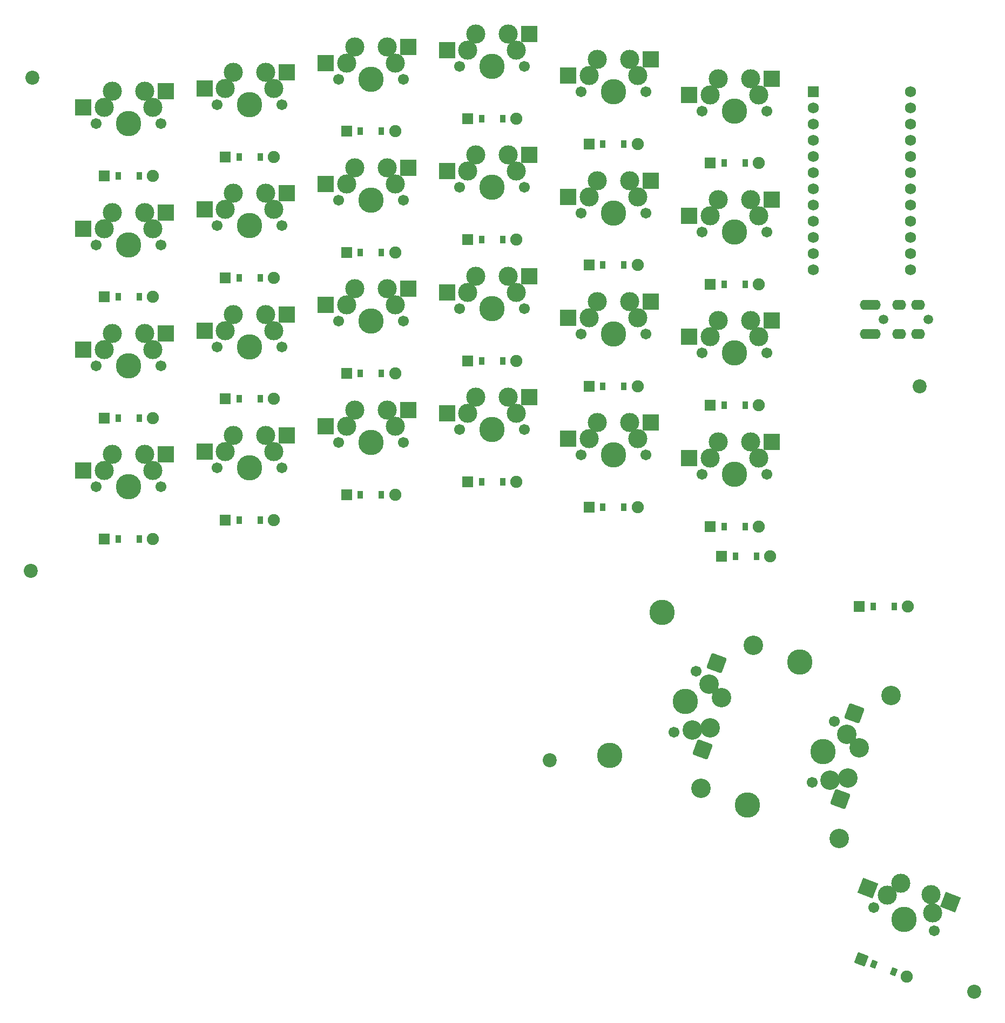
<source format=gbr>
%TF.GenerationSoftware,KiCad,Pcbnew,(6.0.8)*%
%TF.CreationDate,2022-12-10T18:32:28-07:00*%
%TF.ProjectId,scaarix_flow,73636161-7269-4785-9f66-6c6f772e6b69,v1.0.0*%
%TF.SameCoordinates,Original*%
%TF.FileFunction,Soldermask,Bot*%
%TF.FilePolarity,Negative*%
%FSLAX46Y46*%
G04 Gerber Fmt 4.6, Leading zero omitted, Abs format (unit mm)*
G04 Created by KiCad (PCBNEW (6.0.8)) date 2022-12-10 18:32:28*
%MOMM*%
%LPD*%
G01*
G04 APERTURE LIST*
G04 Aperture macros list*
%AMRoundRect*
0 Rectangle with rounded corners*
0 $1 Rounding radius*
0 $2 $3 $4 $5 $6 $7 $8 $9 X,Y pos of 4 corners*
0 Add a 4 corners polygon primitive as box body*
4,1,4,$2,$3,$4,$5,$6,$7,$8,$9,$2,$3,0*
0 Add four circle primitives for the rounded corners*
1,1,$1+$1,$2,$3*
1,1,$1+$1,$4,$5*
1,1,$1+$1,$6,$7*
1,1,$1+$1,$8,$9*
0 Add four rect primitives between the rounded corners*
20,1,$1+$1,$2,$3,$4,$5,0*
20,1,$1+$1,$4,$5,$6,$7,0*
20,1,$1+$1,$6,$7,$8,$9,0*
20,1,$1+$1,$8,$9,$2,$3,0*%
%AMRotRect*
0 Rectangle, with rotation*
0 The origin of the aperture is its center*
0 $1 length*
0 $2 width*
0 $3 Rotation angle, in degrees counterclockwise*
0 Add horizontal line*
21,1,$1,$2,0,0,$3*%
G04 Aperture macros list end*
%ADD10RoundRect,0.254000X0.607235X-1.302220X1.302220X0.607235X-0.607235X1.302220X-1.302220X-0.607235X0*%
%ADD11C,1.701800*%
%ADD12C,3.048000*%
%ADD13C,3.987800*%
%ADD14C,3.000000*%
%ADD15R,2.550000X2.500000*%
%ADD16C,1.905000*%
%ADD17R,0.900000X1.200000*%
%ADD18R,1.778000X1.778000*%
%ADD19R,1.752600X1.752600*%
%ADD20C,1.752600*%
%ADD21C,1.500000*%
%ADD22O,2.200000X1.600000*%
%ADD23RotRect,2.550000X2.500000X159.000000*%
%ADD24C,2.200000*%
%ADD25RotRect,0.900000X1.200000X339.000000*%
%ADD26RotRect,1.778000X1.778000X339.000000*%
G04 APERTURE END LIST*
D10*
%TO.C,S26*%
X259183569Y-164917811D03*
X256966113Y-178436685D03*
D11*
X256014891Y-166197217D03*
D12*
X256758145Y-184577917D03*
D13*
X254277429Y-170970856D03*
D12*
X258182336Y-175095138D03*
X264924218Y-162141816D03*
D13*
X242437230Y-179365530D03*
D12*
X257967345Y-168259358D03*
D11*
X252539967Y-175744495D03*
D13*
X250603303Y-156929429D03*
%TD*%
D11*
%TO.C,S18*%
X216298500Y-105411500D03*
D14*
X223918500Y-100331500D03*
D11*
X226458500Y-105411500D03*
D14*
X225188500Y-102871500D03*
X217568500Y-102871500D03*
X218838500Y-100331500D03*
D13*
X221378500Y-105411500D03*
D15*
X214293500Y-102871500D03*
X227220500Y-100331500D03*
%TD*%
D14*
%TO.C,S7*%
X161838500Y-83331500D03*
X160568500Y-85871500D03*
X166918500Y-83331500D03*
D13*
X164378500Y-88411500D03*
D11*
X159298500Y-88411500D03*
X169458500Y-88411500D03*
D14*
X168188500Y-85871500D03*
D15*
X157293500Y-85871500D03*
X170220500Y-83331500D03*
%TD*%
D14*
%TO.C,S4*%
X147918500Y-67331500D03*
D11*
X140298500Y-72411500D03*
D13*
X145378500Y-72411500D03*
D14*
X141568500Y-69871500D03*
D11*
X150458500Y-72411500D03*
D14*
X142838500Y-67331500D03*
X149188500Y-69871500D03*
D15*
X138293500Y-69871500D03*
X151220500Y-67331500D03*
%TD*%
D14*
%TO.C,S22*%
X242918500Y-103331500D03*
X237838500Y-103331500D03*
D11*
X235298500Y-108411500D03*
D14*
X244188500Y-105871500D03*
D13*
X240378500Y-108411500D03*
D11*
X245458500Y-108411500D03*
D14*
X236568500Y-105871500D03*
D15*
X233293500Y-105871500D03*
X246220500Y-103331500D03*
%TD*%
D14*
%TO.C,S13*%
X206188500Y-117871500D03*
X204918500Y-115331500D03*
D13*
X202378500Y-120411500D03*
D14*
X198568500Y-117871500D03*
D11*
X197298500Y-120411500D03*
X207458500Y-120411500D03*
D14*
X199838500Y-115331500D03*
D15*
X195293500Y-117871500D03*
X208220500Y-115331500D03*
%TD*%
D16*
%TO.C,D19*%
X225188500Y-94611500D03*
D17*
X219728500Y-94611500D03*
D18*
X217568500Y-94611500D03*
D17*
X223028500Y-94611500D03*
%TD*%
%TO.C,D4*%
X143728500Y-80611500D03*
D16*
X149188500Y-80611500D03*
D17*
X147028500Y-80611500D03*
D18*
X141568500Y-80611500D03*
%TD*%
D14*
%TO.C,S11*%
X180838500Y-79331500D03*
X185918500Y-79331500D03*
D11*
X188458500Y-84411500D03*
D13*
X183378500Y-84411500D03*
D14*
X179568500Y-81871500D03*
X187188500Y-81871500D03*
D11*
X178298500Y-84411500D03*
D15*
X176293500Y-81871500D03*
X189220500Y-79331500D03*
%TD*%
D14*
%TO.C,S8*%
X160568500Y-66871500D03*
X168188500Y-66871500D03*
X161838500Y-64331500D03*
X166918500Y-64331500D03*
D11*
X169458500Y-69411500D03*
X159298500Y-69411500D03*
D13*
X164378500Y-69411500D03*
D15*
X157293500Y-66871500D03*
X170220500Y-64331500D03*
%TD*%
D16*
%TO.C,D21*%
X244188500Y-135611500D03*
D17*
X238728500Y-135611500D03*
X242028500Y-135611500D03*
D18*
X236568500Y-135611500D03*
%TD*%
D16*
%TO.C,D16*%
X206188500Y-71611500D03*
D17*
X200728500Y-71611500D03*
D18*
X198568500Y-71611500D03*
D17*
X204028500Y-71611500D03*
%TD*%
D19*
%TO.C,MCU1*%
X252758500Y-67441500D03*
D20*
X252758500Y-69981500D03*
X252758500Y-72521500D03*
X252758500Y-75061500D03*
X252758500Y-77601500D03*
X252758500Y-80141500D03*
X252758500Y-82681500D03*
X252758500Y-85221500D03*
X252758500Y-87761500D03*
X252758500Y-90301500D03*
X252758500Y-92841500D03*
X252758500Y-95381500D03*
X267998500Y-67441500D03*
X267998500Y-69981500D03*
X267998500Y-72521500D03*
X267998500Y-75061500D03*
X267998500Y-77601500D03*
X267998500Y-80141500D03*
X267998500Y-82681500D03*
X267998500Y-85221500D03*
X267998500Y-87761500D03*
X267998500Y-90301500D03*
X267998500Y-92841500D03*
X267998500Y-95381500D03*
%TD*%
D14*
%TO.C,S17*%
X218838500Y-119331500D03*
D11*
X216298500Y-124411500D03*
D13*
X221378500Y-124411500D03*
D14*
X223918500Y-119331500D03*
X225188500Y-121871500D03*
D11*
X226458500Y-124411500D03*
D14*
X217568500Y-121871500D03*
D15*
X214293500Y-121871500D03*
X227220500Y-119331500D03*
%TD*%
D17*
%TO.C,D5*%
X162728500Y-134611500D03*
D16*
X168188500Y-134611500D03*
D17*
X166028500Y-134611500D03*
D18*
X160568500Y-134611500D03*
%TD*%
D16*
%TO.C,D7*%
X168188500Y-96611500D03*
D17*
X162728500Y-96611500D03*
X166028500Y-96611500D03*
D18*
X160568500Y-96611500D03*
%TD*%
D13*
%TO.C,S12*%
X183378500Y-65411500D03*
D11*
X188458500Y-65411500D03*
D14*
X185918500Y-60331500D03*
D11*
X178298500Y-65411500D03*
D14*
X180838500Y-60331500D03*
X179568500Y-62871500D03*
X187188500Y-62871500D03*
D15*
X176293500Y-62871500D03*
X189220500Y-60331500D03*
%TD*%
D17*
%TO.C,D2*%
X143728500Y-118611500D03*
D16*
X149188500Y-118611500D03*
D17*
X147028500Y-118611500D03*
D18*
X141568500Y-118611500D03*
%TD*%
D14*
%TO.C,S10*%
X180838500Y-98331500D03*
D11*
X188458500Y-103411500D03*
X178298500Y-103411500D03*
D14*
X185918500Y-98331500D03*
D13*
X183378500Y-103411500D03*
D14*
X187188500Y-100871500D03*
X179568500Y-100871500D03*
D15*
X176293500Y-100871500D03*
X189220500Y-98331500D03*
%TD*%
D14*
%TO.C,S6*%
X161838500Y-102331500D03*
D11*
X159298500Y-107411500D03*
D14*
X160568500Y-104871500D03*
X168188500Y-104871500D03*
D11*
X169458500Y-107411500D03*
D13*
X164378500Y-107411500D03*
D14*
X166918500Y-102331500D03*
D15*
X157293500Y-104871500D03*
X170220500Y-102331500D03*
%TD*%
D16*
%TO.C,D14*%
X206188500Y-109611500D03*
D17*
X200728500Y-109611500D03*
X204028500Y-109611500D03*
D18*
X198568500Y-109611500D03*
%TD*%
D17*
%TO.C,D20*%
X219728500Y-75611500D03*
D16*
X225188500Y-75611500D03*
D18*
X217568500Y-75611500D03*
D17*
X223028500Y-75611500D03*
%TD*%
D11*
%TO.C,S2*%
X150458500Y-110411500D03*
D13*
X145378500Y-110411500D03*
D14*
X147918500Y-105331500D03*
D11*
X140298500Y-110411500D03*
D14*
X142838500Y-105331500D03*
X149188500Y-107871500D03*
X141568500Y-107871500D03*
D15*
X138293500Y-107871500D03*
X151220500Y-105331500D03*
%TD*%
D17*
%TO.C,D13*%
X200728500Y-128611500D03*
D16*
X206188500Y-128611500D03*
D17*
X204028500Y-128611500D03*
D18*
X198568500Y-128611500D03*
%TD*%
D11*
%TO.C,S20*%
X226458500Y-67411500D03*
D13*
X221378500Y-67411500D03*
D14*
X217568500Y-64871500D03*
X225188500Y-64871500D03*
X223918500Y-62331500D03*
D11*
X216298500Y-67411500D03*
D14*
X218838500Y-62331500D03*
D15*
X214293500Y-64871500D03*
X227220500Y-62331500D03*
%TD*%
D21*
%TO.C, *%
X263778500Y-103111500D03*
X270778500Y-103111500D03*
D22*
X261078500Y-105411500D03*
X261078500Y-100811500D03*
X262178500Y-100811500D03*
X262178500Y-105411500D03*
X266178500Y-100811500D03*
X266178500Y-105411500D03*
X269178500Y-100811500D03*
X269178500Y-105411500D03*
%TD*%
D12*
%TO.C,S26*%
X255361152Y-175419816D03*
D13*
X242437230Y-179365530D03*
D12*
X259919799Y-170321499D03*
X256758145Y-184577917D03*
D13*
X250603303Y-156929429D03*
D11*
X256014891Y-166197217D03*
D13*
X254277429Y-170970856D03*
D11*
X252539967Y-175744495D03*
D12*
X264924218Y-162141816D03*
%TD*%
D16*
%TO.C,D17*%
X225188500Y-132611500D03*
D17*
X219728500Y-132611500D03*
X223028500Y-132611500D03*
D18*
X217568500Y-132611500D03*
%TD*%
D13*
%TO.C,S19*%
X221378500Y-86411500D03*
D11*
X216298500Y-86411500D03*
D14*
X218838500Y-81331500D03*
X225188500Y-83871500D03*
X223918500Y-81331500D03*
D11*
X226458500Y-86411500D03*
D14*
X217568500Y-83871500D03*
D15*
X214293500Y-83871500D03*
X227220500Y-81331500D03*
%TD*%
D14*
%TO.C,S15*%
X206188500Y-79871500D03*
D11*
X197298500Y-82411500D03*
D14*
X199838500Y-77331500D03*
X198568500Y-79871500D03*
X204918500Y-77331500D03*
D11*
X207458500Y-82411500D03*
D13*
X202378500Y-82411500D03*
D15*
X195293500Y-79871500D03*
X208220500Y-77331500D03*
%TD*%
D11*
%TO.C,S27*%
X262235911Y-195424765D03*
X271721089Y-199065783D03*
D14*
X264331813Y-193508598D03*
X271170303Y-193412940D03*
X271445696Y-196239362D03*
D13*
X266978500Y-197245274D03*
D14*
X266427715Y-191592431D03*
D23*
X261274337Y-192334943D03*
X274252986Y-194596271D03*
%TD*%
D16*
%TO.C,D6*%
X168188500Y-115611500D03*
D17*
X162728500Y-115611500D03*
X166028500Y-115611500D03*
D18*
X160568500Y-115611500D03*
%TD*%
D16*
%TO.C,D18*%
X225188500Y-113611500D03*
D17*
X219728500Y-113611500D03*
D18*
X217568500Y-113611500D03*
D17*
X223028500Y-113611500D03*
%TD*%
%TO.C,D11*%
X181728500Y-92611500D03*
D16*
X187188500Y-92611500D03*
D17*
X185028500Y-92611500D03*
D18*
X179568500Y-92611500D03*
%TD*%
D14*
%TO.C,S21*%
X236568500Y-124871500D03*
D13*
X240378500Y-127411500D03*
D14*
X242918500Y-122331500D03*
X244188500Y-124871500D03*
D11*
X245458500Y-127411500D03*
X235298500Y-127411500D03*
D14*
X237838500Y-122331500D03*
D15*
X233293500Y-124871500D03*
X246220500Y-122331500D03*
%TD*%
D24*
%TO.C, *%
X269378500Y-113611500D03*
%TD*%
D13*
%TO.C,S9*%
X183378500Y-122411500D03*
D11*
X188458500Y-122411500D03*
D14*
X180838500Y-117331500D03*
X187188500Y-119871500D03*
D11*
X178298500Y-122411500D03*
D14*
X185918500Y-117331500D03*
X179568500Y-119871500D03*
D15*
X176293500Y-119871500D03*
X189220500Y-117331500D03*
%TD*%
D16*
%TO.C,D22*%
X244188500Y-116611500D03*
D17*
X238728500Y-116611500D03*
X242028500Y-116611500D03*
D18*
X236568500Y-116611500D03*
%TD*%
D24*
%TO.C, *%
X130078500Y-142611500D03*
%TD*%
D17*
%TO.C,D12*%
X181728500Y-73611500D03*
D16*
X187188500Y-73611500D03*
D17*
X185028500Y-73611500D03*
D18*
X179568500Y-73611500D03*
%TD*%
D17*
%TO.C,D25*%
X240515570Y-140311500D03*
D16*
X245975570Y-140311500D03*
D17*
X243815570Y-140311500D03*
D18*
X238355570Y-140311500D03*
%TD*%
D17*
%TO.C,D26*%
X262128500Y-148177964D03*
D16*
X267588500Y-148177964D03*
D18*
X259968500Y-148177964D03*
D17*
X265428500Y-148177964D03*
%TD*%
D13*
%TO.C,S23*%
X240378500Y-89411500D03*
D14*
X242918500Y-84331500D03*
X244188500Y-86871500D03*
D11*
X235298500Y-89411500D03*
D14*
X237838500Y-84331500D03*
D11*
X245458500Y-89411500D03*
D14*
X236568500Y-86871500D03*
D15*
X233293500Y-86871500D03*
X246220500Y-84331500D03*
%TD*%
D24*
%TO.C, *%
X277978500Y-208611500D03*
%TD*%
D17*
%TO.C,D15*%
X200728500Y-90611500D03*
D16*
X206188500Y-90611500D03*
D18*
X198568500Y-90611500D03*
D17*
X204028500Y-90611500D03*
%TD*%
%TO.C,D23*%
X238728500Y-97611500D03*
D16*
X244188500Y-97611500D03*
D18*
X236568500Y-97611500D03*
D17*
X242028500Y-97611500D03*
%TD*%
%TO.C,D24*%
X238728500Y-78611500D03*
D16*
X244188500Y-78611500D03*
D18*
X236568500Y-78611500D03*
D17*
X242028500Y-78611500D03*
%TD*%
D24*
%TO.C, *%
X211378500Y-172311500D03*
%TD*%
D14*
%TO.C,S16*%
X198568500Y-60871500D03*
X204918500Y-58331500D03*
D11*
X207458500Y-63411500D03*
D13*
X202378500Y-63411500D03*
D11*
X197298500Y-63411500D03*
D14*
X199838500Y-58331500D03*
X206188500Y-60871500D03*
D15*
X195293500Y-60871500D03*
X208220500Y-58331500D03*
%TD*%
D14*
%TO.C,S5*%
X161838500Y-121331500D03*
X160568500Y-123871500D03*
D13*
X164378500Y-126411500D03*
D11*
X159298500Y-126411500D03*
D14*
X168188500Y-123871500D03*
D11*
X169458500Y-126411500D03*
D14*
X166918500Y-121331500D03*
D15*
X157293500Y-123871500D03*
X170220500Y-121331500D03*
%TD*%
D16*
%TO.C,D27*%
X267350154Y-206266016D03*
D25*
X262252805Y-204309327D03*
X265333621Y-205491941D03*
D26*
X260236272Y-203535252D03*
%TD*%
D14*
%TO.C,S1*%
X149188500Y-126871500D03*
D13*
X145378500Y-129411500D03*
D11*
X150458500Y-129411500D03*
D14*
X142838500Y-124331500D03*
X141568500Y-126871500D03*
D11*
X140298500Y-129411500D03*
D14*
X147918500Y-124331500D03*
D15*
X138293500Y-126871500D03*
X151220500Y-124331500D03*
%TD*%
D24*
%TO.C, *%
X130278500Y-65211500D03*
%TD*%
D11*
%TO.C,S25*%
X230927037Y-167878032D03*
D12*
X233748222Y-167553353D03*
X243311288Y-154275353D03*
X235145215Y-176711454D03*
X238306869Y-162455036D03*
D13*
X220824300Y-171499067D03*
X232664499Y-163104393D03*
D11*
X234401961Y-158330754D03*
D13*
X228990373Y-149062966D03*
%TD*%
D14*
%TO.C,S14*%
X204918500Y-96331500D03*
X206188500Y-98871500D03*
X198568500Y-98871500D03*
X199838500Y-96331500D03*
D13*
X202378500Y-101411500D03*
D11*
X197298500Y-101411500D03*
X207458500Y-101411500D03*
D15*
X195293500Y-98871500D03*
X208220500Y-96331500D03*
%TD*%
D17*
%TO.C,D8*%
X162728500Y-77611500D03*
D16*
X168188500Y-77611500D03*
D18*
X160568500Y-77611500D03*
D17*
X166028500Y-77611500D03*
%TD*%
%TO.C,D10*%
X181728500Y-111611500D03*
D16*
X187188500Y-111611500D03*
D18*
X179568500Y-111611500D03*
D17*
X185028500Y-111611500D03*
%TD*%
%TO.C,D9*%
X181728500Y-130611500D03*
D16*
X187188500Y-130611500D03*
D18*
X179568500Y-130611500D03*
D17*
X185028500Y-130611500D03*
%TD*%
%TO.C,D1*%
X143728500Y-137611500D03*
D16*
X149188500Y-137611500D03*
D18*
X141568500Y-137611500D03*
D17*
X147028500Y-137611500D03*
%TD*%
%TO.C,D3*%
X143728500Y-99611500D03*
D16*
X149188500Y-99611500D03*
D18*
X141568500Y-99611500D03*
D17*
X147028500Y-99611500D03*
%TD*%
D11*
%TO.C,S3*%
X140298500Y-91411500D03*
D14*
X149188500Y-88871500D03*
X141568500Y-88871500D03*
X142838500Y-86331500D03*
D11*
X150458500Y-91411500D03*
D14*
X147918500Y-86331500D03*
D13*
X145378500Y-91411500D03*
D15*
X138293500Y-88871500D03*
X151220500Y-86331500D03*
%TD*%
D13*
%TO.C,S24*%
X240378500Y-70411500D03*
D14*
X244188500Y-67871500D03*
D11*
X235298500Y-70411500D03*
D14*
X242918500Y-65331500D03*
X236568500Y-67871500D03*
X237838500Y-65331500D03*
D11*
X245458500Y-70411500D03*
D15*
X233293500Y-67871500D03*
X246220500Y-65331500D03*
%TD*%
D13*
%TO.C,S25*%
X232664499Y-163104393D03*
X228990373Y-149062966D03*
D11*
X230927037Y-167878032D03*
D12*
X236569406Y-167228675D03*
X243311288Y-154275353D03*
D11*
X234401961Y-158330754D03*
D13*
X220824300Y-171499067D03*
D12*
X236354415Y-160392895D03*
X235145215Y-176711454D03*
D10*
X235353183Y-170570222D03*
X237570639Y-157051348D03*
%TD*%
M02*

</source>
